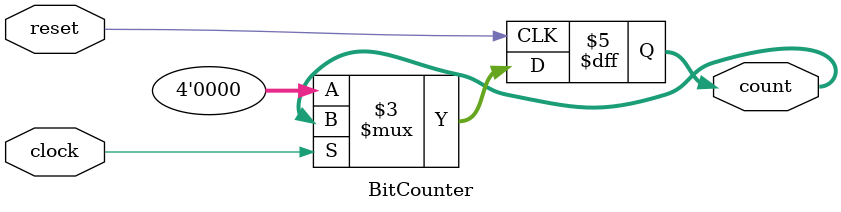
<source format=v>
module BitCounter(

input clock,
input reset,
output reg [3:0]count

);

initial begin

count = 4'd0;

end

always @ (posedge clock or posedge reset ) begin

	if ( clock ) begin
	
		
		
	end
	
	else begin
	
		count  = 4'd0;
		
	end
end

endmodule


</source>
